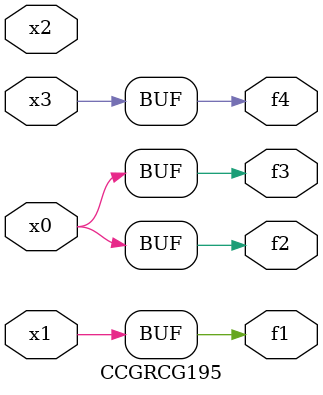
<source format=v>
module CCGRCG195(
	input x0, x1, x2, x3,
	output f1, f2, f3, f4
);
	assign f1 = x1;
	assign f2 = x0;
	assign f3 = x0;
	assign f4 = x3;
endmodule

</source>
